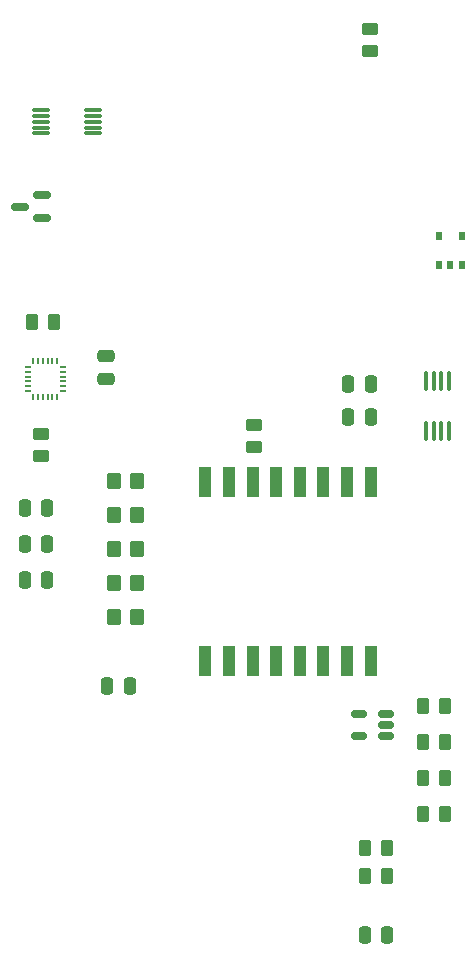
<source format=gbr>
%TF.GenerationSoftware,KiCad,Pcbnew,8.0.5*%
%TF.CreationDate,2026-01-01T16:10:54+02:00*%
%TF.ProjectId,scheme,73636865-6d65-42e6-9b69-6361645f7063,rev?*%
%TF.SameCoordinates,Original*%
%TF.FileFunction,Paste,Top*%
%TF.FilePolarity,Positive*%
%FSLAX46Y46*%
G04 Gerber Fmt 4.6, Leading zero omitted, Abs format (unit mm)*
G04 Created by KiCad (PCBNEW 8.0.5) date 2026-01-01 16:10:54*
%MOMM*%
%LPD*%
G01*
G04 APERTURE LIST*
G04 Aperture macros list*
%AMRoundRect*
0 Rectangle with rounded corners*
0 $1 Rounding radius*
0 $2 $3 $4 $5 $6 $7 $8 $9 X,Y pos of 4 corners*
0 Add a 4 corners polygon primitive as box body*
4,1,4,$2,$3,$4,$5,$6,$7,$8,$9,$2,$3,0*
0 Add four circle primitives for the rounded corners*
1,1,$1+$1,$2,$3*
1,1,$1+$1,$4,$5*
1,1,$1+$1,$6,$7*
1,1,$1+$1,$8,$9*
0 Add four rect primitives between the rounded corners*
20,1,$1+$1,$2,$3,$4,$5,0*
20,1,$1+$1,$4,$5,$6,$7,0*
20,1,$1+$1,$6,$7,$8,$9,0*
20,1,$1+$1,$8,$9,$2,$3,0*%
G04 Aperture macros list end*
%ADD10RoundRect,0.250000X-0.262500X-0.450000X0.262500X-0.450000X0.262500X0.450000X-0.262500X0.450000X0*%
%ADD11RoundRect,0.250000X-0.450000X0.262500X-0.450000X-0.262500X0.450000X-0.262500X0.450000X0.262500X0*%
%ADD12RoundRect,0.250000X0.262500X0.450000X-0.262500X0.450000X-0.262500X-0.450000X0.262500X-0.450000X0*%
%ADD13RoundRect,0.050000X0.050000X-0.225000X0.050000X0.225000X-0.050000X0.225000X-0.050000X-0.225000X0*%
%ADD14RoundRect,0.050000X0.225000X0.050000X-0.225000X0.050000X-0.225000X-0.050000X0.225000X-0.050000X0*%
%ADD15R,0.550000X0.800000*%
%ADD16RoundRect,0.250000X0.475000X-0.250000X0.475000X0.250000X-0.475000X0.250000X-0.475000X-0.250000X0*%
%ADD17RoundRect,0.250000X0.250000X0.475000X-0.250000X0.475000X-0.250000X-0.475000X0.250000X-0.475000X0*%
%ADD18RoundRect,0.075000X-0.650000X-0.075000X0.650000X-0.075000X0.650000X0.075000X-0.650000X0.075000X0*%
%ADD19RoundRect,0.150000X0.587500X0.150000X-0.587500X0.150000X-0.587500X-0.150000X0.587500X-0.150000X0*%
%ADD20RoundRect,0.150000X0.512500X0.150000X-0.512500X0.150000X-0.512500X-0.150000X0.512500X-0.150000X0*%
%ADD21RoundRect,0.250000X-0.350000X-0.450000X0.350000X-0.450000X0.350000X0.450000X-0.350000X0.450000X0*%
%ADD22RoundRect,0.250000X0.350000X0.450000X-0.350000X0.450000X-0.350000X-0.450000X0.350000X-0.450000X0*%
%ADD23RoundRect,0.250000X-0.250000X-0.475000X0.250000X-0.475000X0.250000X0.475000X-0.250000X0.475000X0*%
%ADD24R,1.000000X2.500000*%
%ADD25RoundRect,0.100000X0.100000X-0.712500X0.100000X0.712500X-0.100000X0.712500X-0.100000X-0.712500X0*%
G04 APERTURE END LIST*
D10*
%TO.C,R4*%
X152387500Y-136900000D03*
X154212500Y-136900000D03*
%TD*%
D11*
%TO.C,R13*%
X152800000Y-65187500D03*
X152800000Y-67012500D03*
%TD*%
D12*
%TO.C,R14*%
X159112500Y-131600000D03*
X157287500Y-131600000D03*
%TD*%
D13*
%TO.C,U7*%
X124300000Y-96300000D03*
X124700000Y-96300000D03*
X125100000Y-96300000D03*
X125500000Y-96300000D03*
X125900000Y-96300000D03*
X126300000Y-96300000D03*
D14*
X126800000Y-95800000D03*
X126800000Y-95400000D03*
X126800000Y-95000000D03*
X126800000Y-94600000D03*
X126800000Y-94200000D03*
X126800000Y-93800000D03*
D13*
X126300000Y-93300000D03*
X125900000Y-93300000D03*
X125500000Y-93300000D03*
X125100000Y-93300000D03*
X124700000Y-93300000D03*
X124300000Y-93300000D03*
D14*
X123800000Y-93800000D03*
X123800000Y-94200000D03*
X123800000Y-94600000D03*
X123800000Y-95000000D03*
X123800000Y-95400000D03*
X123800000Y-95800000D03*
%TD*%
D15*
%TO.C,U4*%
X158650000Y-85100000D03*
X159600000Y-85100000D03*
X160550000Y-85100000D03*
X160550000Y-82700000D03*
X158650000Y-82700000D03*
%TD*%
D16*
%TO.C,C9*%
X130400000Y-94750000D03*
X130400000Y-92850000D03*
%TD*%
D17*
%TO.C,C8*%
X125450000Y-105700000D03*
X123550000Y-105700000D03*
%TD*%
D10*
%TO.C,R7*%
X157287500Y-125533300D03*
X159112500Y-125533300D03*
%TD*%
D17*
%TO.C,C3*%
X125450000Y-108750000D03*
X123550000Y-108750000D03*
%TD*%
D18*
%TO.C,U5*%
X124900000Y-72000000D03*
X124900000Y-72500000D03*
X124900000Y-73000000D03*
X124900000Y-73500000D03*
X124900000Y-74000000D03*
X129300000Y-74000000D03*
X129300000Y-73500000D03*
X129300000Y-73000000D03*
X129300000Y-72500000D03*
X129300000Y-72000000D03*
%TD*%
D19*
%TO.C,Q1*%
X125037500Y-81150000D03*
X125037500Y-79250000D03*
X123162500Y-80200000D03*
%TD*%
D20*
%TO.C,U6*%
X154137500Y-125050000D03*
X154137500Y-124100000D03*
X154137500Y-123150000D03*
X151862500Y-123150000D03*
X151862500Y-125050000D03*
%TD*%
D21*
%TO.C,R1*%
X131100000Y-103400000D03*
X133100000Y-103400000D03*
%TD*%
D10*
%TO.C,R5*%
X152387500Y-134500000D03*
X154212500Y-134500000D03*
%TD*%
D22*
%TO.C,R3*%
X133100000Y-112025000D03*
X131100000Y-112025000D03*
%TD*%
D23*
%TO.C,C4*%
X150950000Y-95185000D03*
X152850000Y-95185000D03*
%TD*%
D21*
%TO.C,R10*%
X131100000Y-114900000D03*
X133100000Y-114900000D03*
%TD*%
D11*
%TO.C,R12*%
X124900000Y-99487500D03*
X124900000Y-101312500D03*
%TD*%
D24*
%TO.C,U2*%
X152850000Y-103500000D03*
X150850000Y-103500000D03*
X148850000Y-103500000D03*
X146850000Y-103500000D03*
X144850000Y-103500000D03*
X142850000Y-103500000D03*
X140850000Y-103500000D03*
X138850000Y-103500000D03*
X138850000Y-118700000D03*
X140850000Y-118700000D03*
X142850000Y-118700000D03*
X144850000Y-118700000D03*
X146850000Y-118700000D03*
X148850000Y-118700000D03*
X150850000Y-118700000D03*
X152850000Y-118700000D03*
%TD*%
D22*
%TO.C,R9*%
X133100000Y-106275000D03*
X131100000Y-106275000D03*
%TD*%
D17*
%TO.C,C2*%
X125450000Y-111800000D03*
X123550000Y-111800000D03*
%TD*%
D11*
%TO.C,R11*%
X143000000Y-98687500D03*
X143000000Y-100512500D03*
%TD*%
D25*
%TO.C,U3*%
X157525000Y-99212500D03*
X158175000Y-99212500D03*
X158825000Y-99212500D03*
X159475000Y-99212500D03*
X159475000Y-94987500D03*
X158825000Y-94987500D03*
X158175000Y-94987500D03*
X157525000Y-94987500D03*
%TD*%
D23*
%TO.C,C1*%
X152330000Y-141900000D03*
X154230000Y-141900000D03*
%TD*%
D12*
%TO.C,R15*%
X126012500Y-90000000D03*
X124187500Y-90000000D03*
%TD*%
D21*
%TO.C,R2*%
X131100000Y-109150000D03*
X133100000Y-109150000D03*
%TD*%
D10*
%TO.C,R8*%
X157287500Y-128566700D03*
X159112500Y-128566700D03*
%TD*%
D23*
%TO.C,C5*%
X150950000Y-98000000D03*
X152850000Y-98000000D03*
%TD*%
%TO.C,C10*%
X130550000Y-120800000D03*
X132450000Y-120800000D03*
%TD*%
D10*
%TO.C,R6*%
X157287500Y-122500000D03*
X159112500Y-122500000D03*
%TD*%
M02*

</source>
